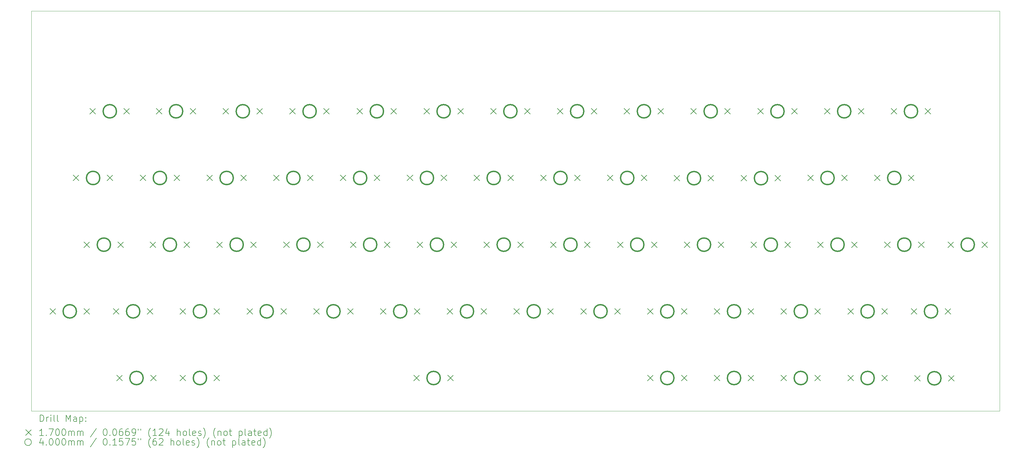
<source format=gbr>
%TF.GenerationSoftware,KiCad,Pcbnew,(6.0.10)*%
%TF.CreationDate,2023-02-27T08:53:44+01:00*%
%TF.ProjectId,CherryZXKeyboard,43686572-7279-45a5-984b-6579626f6172,rev?*%
%TF.SameCoordinates,Original*%
%TF.FileFunction,Drillmap*%
%TF.FilePolarity,Positive*%
%FSLAX45Y45*%
G04 Gerber Fmt 4.5, Leading zero omitted, Abs format (unit mm)*
G04 Created by KiCad (PCBNEW (6.0.10)) date 2023-02-27 08:53:44*
%MOMM*%
%LPD*%
G01*
G04 APERTURE LIST*
%ADD10C,0.050000*%
%ADD11C,0.200000*%
%ADD12C,0.170000*%
%ADD13C,0.400000*%
G04 APERTURE END LIST*
D10*
X4968600Y-6913400D02*
X33968600Y-6913400D01*
X33968600Y-6913400D02*
X33968600Y-18913400D01*
X33968600Y-18913400D02*
X4968600Y-18913400D01*
X4968600Y-18913400D02*
X4968600Y-6913400D01*
D11*
D12*
X5521600Y-15836400D02*
X5691600Y-16006400D01*
X5691600Y-15836400D02*
X5521600Y-16006400D01*
X6221600Y-11836400D02*
X6391600Y-12006400D01*
X6391600Y-11836400D02*
X6221600Y-12006400D01*
X6537600Y-15836400D02*
X6707600Y-16006400D01*
X6707600Y-15836400D02*
X6537600Y-16006400D01*
X6543800Y-13836400D02*
X6713800Y-14006400D01*
X6713800Y-13836400D02*
X6543800Y-14006400D01*
X6721600Y-9836400D02*
X6891600Y-10006400D01*
X6891600Y-9836400D02*
X6721600Y-10006400D01*
X7237600Y-11836400D02*
X7407600Y-12006400D01*
X7407600Y-11836400D02*
X7237600Y-12006400D01*
X7421600Y-15836400D02*
X7591600Y-16006400D01*
X7591600Y-15836400D02*
X7421600Y-16006400D01*
X7521600Y-17836400D02*
X7691600Y-18006400D01*
X7691600Y-17836400D02*
X7521600Y-18006400D01*
X7559800Y-13836400D02*
X7729800Y-14006400D01*
X7729800Y-13836400D02*
X7559800Y-14006400D01*
X7737600Y-9836400D02*
X7907600Y-10006400D01*
X7907600Y-9836400D02*
X7737600Y-10006400D01*
X8221600Y-11836400D02*
X8391600Y-12006400D01*
X8391600Y-11836400D02*
X8221600Y-12006400D01*
X8437600Y-15836400D02*
X8607600Y-16006400D01*
X8607600Y-15836400D02*
X8437600Y-16006400D01*
X8521600Y-13836400D02*
X8691600Y-14006400D01*
X8691600Y-13836400D02*
X8521600Y-14006400D01*
X8537600Y-17836400D02*
X8707600Y-18006400D01*
X8707600Y-17836400D02*
X8537600Y-18006400D01*
X8707000Y-9836400D02*
X8877000Y-10006400D01*
X8877000Y-9836400D02*
X8707000Y-10006400D01*
X9237600Y-11836400D02*
X9407600Y-12006400D01*
X9407600Y-11836400D02*
X9237600Y-12006400D01*
X9421600Y-15836400D02*
X9591600Y-16006400D01*
X9591600Y-15836400D02*
X9421600Y-16006400D01*
X9421600Y-17836400D02*
X9591600Y-18006400D01*
X9591600Y-17836400D02*
X9421600Y-18006400D01*
X9537600Y-13836400D02*
X9707600Y-14006400D01*
X9707600Y-13836400D02*
X9537600Y-14006400D01*
X9723000Y-9836400D02*
X9893000Y-10006400D01*
X9893000Y-9836400D02*
X9723000Y-10006400D01*
X10221600Y-11836400D02*
X10391600Y-12006400D01*
X10391600Y-11836400D02*
X10221600Y-12006400D01*
X10437600Y-15836400D02*
X10607600Y-16006400D01*
X10607600Y-15836400D02*
X10437600Y-16006400D01*
X10437600Y-17836400D02*
X10607600Y-18006400D01*
X10607600Y-17836400D02*
X10437600Y-18006400D01*
X10521600Y-13836400D02*
X10691600Y-14006400D01*
X10691600Y-13836400D02*
X10521600Y-14006400D01*
X10707000Y-9836400D02*
X10877000Y-10006400D01*
X10877000Y-9836400D02*
X10707000Y-10006400D01*
X11237600Y-11836400D02*
X11407600Y-12006400D01*
X11407600Y-11836400D02*
X11237600Y-12006400D01*
X11421600Y-15836400D02*
X11591600Y-16006400D01*
X11591600Y-15836400D02*
X11421600Y-16006400D01*
X11537600Y-13836400D02*
X11707600Y-14006400D01*
X11707600Y-13836400D02*
X11537600Y-14006400D01*
X11723000Y-9836400D02*
X11893000Y-10006400D01*
X11893000Y-9836400D02*
X11723000Y-10006400D01*
X12221600Y-11836400D02*
X12391600Y-12006400D01*
X12391600Y-11836400D02*
X12221600Y-12006400D01*
X12437600Y-15836400D02*
X12607600Y-16006400D01*
X12607600Y-15836400D02*
X12437600Y-16006400D01*
X12521600Y-13836400D02*
X12691600Y-14006400D01*
X12691600Y-13836400D02*
X12521600Y-14006400D01*
X12707000Y-9836400D02*
X12877000Y-10006400D01*
X12877000Y-9836400D02*
X12707000Y-10006400D01*
X13237600Y-11836400D02*
X13407600Y-12006400D01*
X13407600Y-11836400D02*
X13237600Y-12006400D01*
X13421600Y-15836400D02*
X13591600Y-16006400D01*
X13591600Y-15836400D02*
X13421600Y-16006400D01*
X13537600Y-13836400D02*
X13707600Y-14006400D01*
X13707600Y-13836400D02*
X13537600Y-14006400D01*
X13723000Y-9836400D02*
X13893000Y-10006400D01*
X13893000Y-9836400D02*
X13723000Y-10006400D01*
X14221600Y-11836400D02*
X14391600Y-12006400D01*
X14391600Y-11836400D02*
X14221600Y-12006400D01*
X14437600Y-15836400D02*
X14607600Y-16006400D01*
X14607600Y-15836400D02*
X14437600Y-16006400D01*
X14521600Y-13836400D02*
X14691600Y-14006400D01*
X14691600Y-13836400D02*
X14521600Y-14006400D01*
X14721600Y-9836400D02*
X14891600Y-10006400D01*
X14891600Y-9836400D02*
X14721600Y-10006400D01*
X15237600Y-11836400D02*
X15407600Y-12006400D01*
X15407600Y-11836400D02*
X15237600Y-12006400D01*
X15421600Y-15836400D02*
X15591600Y-16006400D01*
X15591600Y-15836400D02*
X15421600Y-16006400D01*
X15537600Y-13836400D02*
X15707600Y-14006400D01*
X15707600Y-13836400D02*
X15537600Y-14006400D01*
X15737600Y-9836400D02*
X15907600Y-10006400D01*
X15907600Y-9836400D02*
X15737600Y-10006400D01*
X16221600Y-11836400D02*
X16391600Y-12006400D01*
X16391600Y-11836400D02*
X16221600Y-12006400D01*
X16421600Y-17836400D02*
X16591600Y-18006400D01*
X16591600Y-17836400D02*
X16421600Y-18006400D01*
X16437600Y-15836400D02*
X16607600Y-16006400D01*
X16607600Y-15836400D02*
X16437600Y-16006400D01*
X16521600Y-13836400D02*
X16691600Y-14006400D01*
X16691600Y-13836400D02*
X16521600Y-14006400D01*
X16721600Y-9836400D02*
X16891600Y-10006400D01*
X16891600Y-9836400D02*
X16721600Y-10006400D01*
X17237600Y-11836400D02*
X17407600Y-12006400D01*
X17407600Y-11836400D02*
X17237600Y-12006400D01*
X17421600Y-15836400D02*
X17591600Y-16006400D01*
X17591600Y-15836400D02*
X17421600Y-16006400D01*
X17437600Y-17836400D02*
X17607600Y-18006400D01*
X17607600Y-17836400D02*
X17437600Y-18006400D01*
X17537600Y-13836400D02*
X17707600Y-14006400D01*
X17707600Y-13836400D02*
X17537600Y-14006400D01*
X17737600Y-9836400D02*
X17907600Y-10006400D01*
X17907600Y-9836400D02*
X17737600Y-10006400D01*
X18221600Y-11836400D02*
X18391600Y-12006400D01*
X18391600Y-11836400D02*
X18221600Y-12006400D01*
X18437600Y-15836400D02*
X18607600Y-16006400D01*
X18607600Y-15836400D02*
X18437600Y-16006400D01*
X18521600Y-13836400D02*
X18691600Y-14006400D01*
X18691600Y-13836400D02*
X18521600Y-14006400D01*
X18721600Y-9836400D02*
X18891600Y-10006400D01*
X18891600Y-9836400D02*
X18721600Y-10006400D01*
X19237600Y-11836400D02*
X19407600Y-12006400D01*
X19407600Y-11836400D02*
X19237600Y-12006400D01*
X19421600Y-15836400D02*
X19591600Y-16006400D01*
X19591600Y-15836400D02*
X19421600Y-16006400D01*
X19537600Y-13836400D02*
X19707600Y-14006400D01*
X19707600Y-13836400D02*
X19537600Y-14006400D01*
X19737600Y-9836400D02*
X19907600Y-10006400D01*
X19907600Y-9836400D02*
X19737600Y-10006400D01*
X20221600Y-11836400D02*
X20391600Y-12006400D01*
X20391600Y-11836400D02*
X20221600Y-12006400D01*
X20437600Y-15836400D02*
X20607600Y-16006400D01*
X20607600Y-15836400D02*
X20437600Y-16006400D01*
X20521600Y-13836400D02*
X20691600Y-14006400D01*
X20691600Y-13836400D02*
X20521600Y-14006400D01*
X20721600Y-9836400D02*
X20891600Y-10006400D01*
X20891600Y-9836400D02*
X20721600Y-10006400D01*
X21237600Y-11836400D02*
X21407600Y-12006400D01*
X21407600Y-11836400D02*
X21237600Y-12006400D01*
X21421600Y-15836400D02*
X21591600Y-16006400D01*
X21591600Y-15836400D02*
X21421600Y-16006400D01*
X21537600Y-13836400D02*
X21707600Y-14006400D01*
X21707600Y-13836400D02*
X21537600Y-14006400D01*
X21737600Y-9836400D02*
X21907600Y-10006400D01*
X21907600Y-9836400D02*
X21737600Y-10006400D01*
X22221600Y-11836400D02*
X22391600Y-12006400D01*
X22391600Y-11836400D02*
X22221600Y-12006400D01*
X22437600Y-15836400D02*
X22607600Y-16006400D01*
X22607600Y-15836400D02*
X22437600Y-16006400D01*
X22521600Y-13836400D02*
X22691600Y-14006400D01*
X22691600Y-13836400D02*
X22521600Y-14006400D01*
X22721600Y-9836400D02*
X22891600Y-10006400D01*
X22891600Y-9836400D02*
X22721600Y-10006400D01*
X23237600Y-11836400D02*
X23407600Y-12006400D01*
X23407600Y-11836400D02*
X23237600Y-12006400D01*
X23421600Y-15836400D02*
X23591600Y-16006400D01*
X23591600Y-15836400D02*
X23421600Y-16006400D01*
X23421600Y-17836400D02*
X23591600Y-18006400D01*
X23591600Y-17836400D02*
X23421600Y-18006400D01*
X23537600Y-13836400D02*
X23707600Y-14006400D01*
X23707600Y-13836400D02*
X23537600Y-14006400D01*
X23737600Y-9836400D02*
X23907600Y-10006400D01*
X23907600Y-9836400D02*
X23737600Y-10006400D01*
X24222200Y-11843000D02*
X24392200Y-12013000D01*
X24392200Y-11843000D02*
X24222200Y-12013000D01*
X24437600Y-15836400D02*
X24607600Y-16006400D01*
X24607600Y-15836400D02*
X24437600Y-16006400D01*
X24437600Y-17836400D02*
X24607600Y-18006400D01*
X24607600Y-17836400D02*
X24437600Y-18006400D01*
X24521600Y-13836400D02*
X24691600Y-14006400D01*
X24691600Y-13836400D02*
X24521600Y-14006400D01*
X24721600Y-9836400D02*
X24891600Y-10006400D01*
X24891600Y-9836400D02*
X24721600Y-10006400D01*
X25238200Y-11843000D02*
X25408200Y-12013000D01*
X25408200Y-11843000D02*
X25238200Y-12013000D01*
X25421600Y-15836400D02*
X25591600Y-16006400D01*
X25591600Y-15836400D02*
X25421600Y-16006400D01*
X25421600Y-17836400D02*
X25591600Y-18006400D01*
X25591600Y-17836400D02*
X25421600Y-18006400D01*
X25537600Y-13836400D02*
X25707600Y-14006400D01*
X25707600Y-13836400D02*
X25537600Y-14006400D01*
X25737600Y-9836400D02*
X25907600Y-10006400D01*
X25907600Y-9836400D02*
X25737600Y-10006400D01*
X26228800Y-11843000D02*
X26398800Y-12013000D01*
X26398800Y-11843000D02*
X26228800Y-12013000D01*
X26437600Y-15836400D02*
X26607600Y-16006400D01*
X26607600Y-15836400D02*
X26437600Y-16006400D01*
X26437600Y-17836400D02*
X26607600Y-18006400D01*
X26607600Y-17836400D02*
X26437600Y-18006400D01*
X26521600Y-13836400D02*
X26691600Y-14006400D01*
X26691600Y-13836400D02*
X26521600Y-14006400D01*
X26721600Y-9836400D02*
X26891600Y-10006400D01*
X26891600Y-9836400D02*
X26721600Y-10006400D01*
X27244800Y-11843000D02*
X27414800Y-12013000D01*
X27414800Y-11843000D02*
X27244800Y-12013000D01*
X27421600Y-15836400D02*
X27591600Y-16006400D01*
X27591600Y-15836400D02*
X27421600Y-16006400D01*
X27421600Y-17836400D02*
X27591600Y-18006400D01*
X27591600Y-17836400D02*
X27421600Y-18006400D01*
X27537600Y-13836400D02*
X27707600Y-14006400D01*
X27707600Y-13836400D02*
X27537600Y-14006400D01*
X27737600Y-9836400D02*
X27907600Y-10006400D01*
X27907600Y-9836400D02*
X27737600Y-10006400D01*
X28221600Y-11836400D02*
X28391600Y-12006400D01*
X28391600Y-11836400D02*
X28221600Y-12006400D01*
X28437600Y-15836400D02*
X28607600Y-16006400D01*
X28607600Y-15836400D02*
X28437600Y-16006400D01*
X28437600Y-17836400D02*
X28607600Y-18006400D01*
X28607600Y-17836400D02*
X28437600Y-18006400D01*
X28521600Y-13836400D02*
X28691600Y-14006400D01*
X28691600Y-13836400D02*
X28521600Y-14006400D01*
X28721600Y-9836400D02*
X28891600Y-10006400D01*
X28891600Y-9836400D02*
X28721600Y-10006400D01*
X29237600Y-11836400D02*
X29407600Y-12006400D01*
X29407600Y-11836400D02*
X29237600Y-12006400D01*
X29421600Y-15836400D02*
X29591600Y-16006400D01*
X29591600Y-15836400D02*
X29421600Y-16006400D01*
X29421600Y-17836400D02*
X29591600Y-18006400D01*
X29591600Y-17836400D02*
X29421600Y-18006400D01*
X29537600Y-13836400D02*
X29707600Y-14006400D01*
X29707600Y-13836400D02*
X29537600Y-14006400D01*
X29737600Y-9836400D02*
X29907600Y-10006400D01*
X29907600Y-9836400D02*
X29737600Y-10006400D01*
X30221600Y-11836400D02*
X30391600Y-12006400D01*
X30391600Y-11836400D02*
X30221600Y-12006400D01*
X30437600Y-15836400D02*
X30607600Y-16006400D01*
X30607600Y-15836400D02*
X30437600Y-16006400D01*
X30437600Y-17836400D02*
X30607600Y-18006400D01*
X30607600Y-17836400D02*
X30437600Y-18006400D01*
X30521600Y-13836400D02*
X30691600Y-14006400D01*
X30691600Y-13836400D02*
X30521600Y-14006400D01*
X30721600Y-9836400D02*
X30891600Y-10006400D01*
X30891600Y-9836400D02*
X30721600Y-10006400D01*
X31237600Y-11836400D02*
X31407600Y-12006400D01*
X31407600Y-11836400D02*
X31237600Y-12006400D01*
X31321600Y-15836400D02*
X31491600Y-16006400D01*
X31491600Y-15836400D02*
X31321600Y-16006400D01*
X31421600Y-17844400D02*
X31591600Y-18014400D01*
X31591600Y-17844400D02*
X31421600Y-18014400D01*
X31537600Y-13836400D02*
X31707600Y-14006400D01*
X31707600Y-13836400D02*
X31537600Y-14006400D01*
X31737600Y-9836400D02*
X31907600Y-10006400D01*
X31907600Y-9836400D02*
X31737600Y-10006400D01*
X32337600Y-15836400D02*
X32507600Y-16006400D01*
X32507600Y-15836400D02*
X32337600Y-16006400D01*
X32421600Y-13836400D02*
X32591600Y-14006400D01*
X32591600Y-13836400D02*
X32421600Y-14006400D01*
X32437600Y-17844400D02*
X32607600Y-18014400D01*
X32607600Y-17844400D02*
X32437600Y-18014400D01*
X33437600Y-13836400D02*
X33607600Y-14006400D01*
X33607600Y-13836400D02*
X33437600Y-14006400D01*
D13*
X6314600Y-15921400D02*
G75*
G03*
X6314600Y-15921400I-200000J0D01*
G01*
X7014600Y-11921400D02*
G75*
G03*
X7014600Y-11921400I-200000J0D01*
G01*
X7336800Y-13921400D02*
G75*
G03*
X7336800Y-13921400I-200000J0D01*
G01*
X7514600Y-9921400D02*
G75*
G03*
X7514600Y-9921400I-200000J0D01*
G01*
X8214600Y-15921400D02*
G75*
G03*
X8214600Y-15921400I-200000J0D01*
G01*
X8314600Y-17921400D02*
G75*
G03*
X8314600Y-17921400I-200000J0D01*
G01*
X9014600Y-11921400D02*
G75*
G03*
X9014600Y-11921400I-200000J0D01*
G01*
X9314600Y-13921400D02*
G75*
G03*
X9314600Y-13921400I-200000J0D01*
G01*
X9500000Y-9921400D02*
G75*
G03*
X9500000Y-9921400I-200000J0D01*
G01*
X10214600Y-15921400D02*
G75*
G03*
X10214600Y-15921400I-200000J0D01*
G01*
X10214600Y-17921400D02*
G75*
G03*
X10214600Y-17921400I-200000J0D01*
G01*
X11014600Y-11921400D02*
G75*
G03*
X11014600Y-11921400I-200000J0D01*
G01*
X11314600Y-13921400D02*
G75*
G03*
X11314600Y-13921400I-200000J0D01*
G01*
X11500000Y-9921400D02*
G75*
G03*
X11500000Y-9921400I-200000J0D01*
G01*
X12214600Y-15921400D02*
G75*
G03*
X12214600Y-15921400I-200000J0D01*
G01*
X13014600Y-11921400D02*
G75*
G03*
X13014600Y-11921400I-200000J0D01*
G01*
X13314600Y-13921400D02*
G75*
G03*
X13314600Y-13921400I-200000J0D01*
G01*
X13500000Y-9921400D02*
G75*
G03*
X13500000Y-9921400I-200000J0D01*
G01*
X14214600Y-15921400D02*
G75*
G03*
X14214600Y-15921400I-200000J0D01*
G01*
X15014600Y-11921400D02*
G75*
G03*
X15014600Y-11921400I-200000J0D01*
G01*
X15314600Y-13921400D02*
G75*
G03*
X15314600Y-13921400I-200000J0D01*
G01*
X15514600Y-9921400D02*
G75*
G03*
X15514600Y-9921400I-200000J0D01*
G01*
X16214600Y-15921400D02*
G75*
G03*
X16214600Y-15921400I-200000J0D01*
G01*
X17014600Y-11921400D02*
G75*
G03*
X17014600Y-11921400I-200000J0D01*
G01*
X17214600Y-17921400D02*
G75*
G03*
X17214600Y-17921400I-200000J0D01*
G01*
X17314600Y-13921400D02*
G75*
G03*
X17314600Y-13921400I-200000J0D01*
G01*
X17514600Y-9921400D02*
G75*
G03*
X17514600Y-9921400I-200000J0D01*
G01*
X18214600Y-15921400D02*
G75*
G03*
X18214600Y-15921400I-200000J0D01*
G01*
X19014600Y-11921400D02*
G75*
G03*
X19014600Y-11921400I-200000J0D01*
G01*
X19314600Y-13921400D02*
G75*
G03*
X19314600Y-13921400I-200000J0D01*
G01*
X19514600Y-9921400D02*
G75*
G03*
X19514600Y-9921400I-200000J0D01*
G01*
X20214600Y-15921400D02*
G75*
G03*
X20214600Y-15921400I-200000J0D01*
G01*
X21014600Y-11921400D02*
G75*
G03*
X21014600Y-11921400I-200000J0D01*
G01*
X21314600Y-13921400D02*
G75*
G03*
X21314600Y-13921400I-200000J0D01*
G01*
X21514600Y-9921400D02*
G75*
G03*
X21514600Y-9921400I-200000J0D01*
G01*
X22214600Y-15921400D02*
G75*
G03*
X22214600Y-15921400I-200000J0D01*
G01*
X23014600Y-11921400D02*
G75*
G03*
X23014600Y-11921400I-200000J0D01*
G01*
X23314600Y-13921400D02*
G75*
G03*
X23314600Y-13921400I-200000J0D01*
G01*
X23514600Y-9921400D02*
G75*
G03*
X23514600Y-9921400I-200000J0D01*
G01*
X24214600Y-15921400D02*
G75*
G03*
X24214600Y-15921400I-200000J0D01*
G01*
X24214600Y-17921400D02*
G75*
G03*
X24214600Y-17921400I-200000J0D01*
G01*
X25015200Y-11928000D02*
G75*
G03*
X25015200Y-11928000I-200000J0D01*
G01*
X25314600Y-13921400D02*
G75*
G03*
X25314600Y-13921400I-200000J0D01*
G01*
X25514600Y-9921400D02*
G75*
G03*
X25514600Y-9921400I-200000J0D01*
G01*
X26214600Y-15921400D02*
G75*
G03*
X26214600Y-15921400I-200000J0D01*
G01*
X26214600Y-17921400D02*
G75*
G03*
X26214600Y-17921400I-200000J0D01*
G01*
X27021800Y-11928000D02*
G75*
G03*
X27021800Y-11928000I-200000J0D01*
G01*
X27314600Y-13921400D02*
G75*
G03*
X27314600Y-13921400I-200000J0D01*
G01*
X27514600Y-9921400D02*
G75*
G03*
X27514600Y-9921400I-200000J0D01*
G01*
X28214600Y-15921400D02*
G75*
G03*
X28214600Y-15921400I-200000J0D01*
G01*
X28214600Y-17921400D02*
G75*
G03*
X28214600Y-17921400I-200000J0D01*
G01*
X29014600Y-11921400D02*
G75*
G03*
X29014600Y-11921400I-200000J0D01*
G01*
X29314600Y-13921400D02*
G75*
G03*
X29314600Y-13921400I-200000J0D01*
G01*
X29514600Y-9921400D02*
G75*
G03*
X29514600Y-9921400I-200000J0D01*
G01*
X30214600Y-15921400D02*
G75*
G03*
X30214600Y-15921400I-200000J0D01*
G01*
X30214600Y-17921400D02*
G75*
G03*
X30214600Y-17921400I-200000J0D01*
G01*
X31014600Y-11921400D02*
G75*
G03*
X31014600Y-11921400I-200000J0D01*
G01*
X31314600Y-13921400D02*
G75*
G03*
X31314600Y-13921400I-200000J0D01*
G01*
X31514600Y-9921400D02*
G75*
G03*
X31514600Y-9921400I-200000J0D01*
G01*
X32114600Y-15921400D02*
G75*
G03*
X32114600Y-15921400I-200000J0D01*
G01*
X32214600Y-17929400D02*
G75*
G03*
X32214600Y-17929400I-200000J0D01*
G01*
X33214600Y-13921400D02*
G75*
G03*
X33214600Y-13921400I-200000J0D01*
G01*
D11*
X5223719Y-19226376D02*
X5223719Y-19026376D01*
X5271338Y-19026376D01*
X5299910Y-19035900D01*
X5318957Y-19054948D01*
X5328481Y-19073995D01*
X5338005Y-19112090D01*
X5338005Y-19140662D01*
X5328481Y-19178757D01*
X5318957Y-19197805D01*
X5299910Y-19216852D01*
X5271338Y-19226376D01*
X5223719Y-19226376D01*
X5423719Y-19226376D02*
X5423719Y-19093043D01*
X5423719Y-19131138D02*
X5433243Y-19112090D01*
X5442767Y-19102567D01*
X5461814Y-19093043D01*
X5480862Y-19093043D01*
X5547529Y-19226376D02*
X5547529Y-19093043D01*
X5547529Y-19026376D02*
X5538005Y-19035900D01*
X5547529Y-19045424D01*
X5557052Y-19035900D01*
X5547529Y-19026376D01*
X5547529Y-19045424D01*
X5671338Y-19226376D02*
X5652290Y-19216852D01*
X5642767Y-19197805D01*
X5642767Y-19026376D01*
X5776100Y-19226376D02*
X5757052Y-19216852D01*
X5747528Y-19197805D01*
X5747528Y-19026376D01*
X6004671Y-19226376D02*
X6004671Y-19026376D01*
X6071338Y-19169233D01*
X6138005Y-19026376D01*
X6138005Y-19226376D01*
X6318957Y-19226376D02*
X6318957Y-19121614D01*
X6309433Y-19102567D01*
X6290386Y-19093043D01*
X6252290Y-19093043D01*
X6233243Y-19102567D01*
X6318957Y-19216852D02*
X6299909Y-19226376D01*
X6252290Y-19226376D01*
X6233243Y-19216852D01*
X6223719Y-19197805D01*
X6223719Y-19178757D01*
X6233243Y-19159710D01*
X6252290Y-19150186D01*
X6299909Y-19150186D01*
X6318957Y-19140662D01*
X6414195Y-19093043D02*
X6414195Y-19293043D01*
X6414195Y-19102567D02*
X6433243Y-19093043D01*
X6471338Y-19093043D01*
X6490386Y-19102567D01*
X6499909Y-19112090D01*
X6509433Y-19131138D01*
X6509433Y-19188281D01*
X6499909Y-19207329D01*
X6490386Y-19216852D01*
X6471338Y-19226376D01*
X6433243Y-19226376D01*
X6414195Y-19216852D01*
X6595148Y-19207329D02*
X6604671Y-19216852D01*
X6595148Y-19226376D01*
X6585624Y-19216852D01*
X6595148Y-19207329D01*
X6595148Y-19226376D01*
X6595148Y-19102567D02*
X6604671Y-19112090D01*
X6595148Y-19121614D01*
X6585624Y-19112090D01*
X6595148Y-19102567D01*
X6595148Y-19121614D01*
D12*
X4796100Y-19470900D02*
X4966100Y-19640900D01*
X4966100Y-19470900D02*
X4796100Y-19640900D01*
D11*
X5328481Y-19646376D02*
X5214195Y-19646376D01*
X5271338Y-19646376D02*
X5271338Y-19446376D01*
X5252290Y-19474948D01*
X5233243Y-19493995D01*
X5214195Y-19503519D01*
X5414195Y-19627329D02*
X5423719Y-19636852D01*
X5414195Y-19646376D01*
X5404671Y-19636852D01*
X5414195Y-19627329D01*
X5414195Y-19646376D01*
X5490386Y-19446376D02*
X5623719Y-19446376D01*
X5538005Y-19646376D01*
X5738005Y-19446376D02*
X5757052Y-19446376D01*
X5776100Y-19455900D01*
X5785624Y-19465424D01*
X5795148Y-19484471D01*
X5804671Y-19522567D01*
X5804671Y-19570186D01*
X5795148Y-19608281D01*
X5785624Y-19627329D01*
X5776100Y-19636852D01*
X5757052Y-19646376D01*
X5738005Y-19646376D01*
X5718957Y-19636852D01*
X5709433Y-19627329D01*
X5699909Y-19608281D01*
X5690386Y-19570186D01*
X5690386Y-19522567D01*
X5699909Y-19484471D01*
X5709433Y-19465424D01*
X5718957Y-19455900D01*
X5738005Y-19446376D01*
X5928481Y-19446376D02*
X5947528Y-19446376D01*
X5966576Y-19455900D01*
X5976100Y-19465424D01*
X5985624Y-19484471D01*
X5995148Y-19522567D01*
X5995148Y-19570186D01*
X5985624Y-19608281D01*
X5976100Y-19627329D01*
X5966576Y-19636852D01*
X5947528Y-19646376D01*
X5928481Y-19646376D01*
X5909433Y-19636852D01*
X5899909Y-19627329D01*
X5890386Y-19608281D01*
X5880862Y-19570186D01*
X5880862Y-19522567D01*
X5890386Y-19484471D01*
X5899909Y-19465424D01*
X5909433Y-19455900D01*
X5928481Y-19446376D01*
X6080862Y-19646376D02*
X6080862Y-19513043D01*
X6080862Y-19532090D02*
X6090386Y-19522567D01*
X6109433Y-19513043D01*
X6138005Y-19513043D01*
X6157052Y-19522567D01*
X6166576Y-19541614D01*
X6166576Y-19646376D01*
X6166576Y-19541614D02*
X6176100Y-19522567D01*
X6195148Y-19513043D01*
X6223719Y-19513043D01*
X6242767Y-19522567D01*
X6252290Y-19541614D01*
X6252290Y-19646376D01*
X6347528Y-19646376D02*
X6347528Y-19513043D01*
X6347528Y-19532090D02*
X6357052Y-19522567D01*
X6376100Y-19513043D01*
X6404671Y-19513043D01*
X6423719Y-19522567D01*
X6433243Y-19541614D01*
X6433243Y-19646376D01*
X6433243Y-19541614D02*
X6442767Y-19522567D01*
X6461814Y-19513043D01*
X6490386Y-19513043D01*
X6509433Y-19522567D01*
X6518957Y-19541614D01*
X6518957Y-19646376D01*
X6909433Y-19436852D02*
X6738005Y-19693995D01*
X7166576Y-19446376D02*
X7185624Y-19446376D01*
X7204671Y-19455900D01*
X7214195Y-19465424D01*
X7223719Y-19484471D01*
X7233243Y-19522567D01*
X7233243Y-19570186D01*
X7223719Y-19608281D01*
X7214195Y-19627329D01*
X7204671Y-19636852D01*
X7185624Y-19646376D01*
X7166576Y-19646376D01*
X7147528Y-19636852D01*
X7138005Y-19627329D01*
X7128481Y-19608281D01*
X7118957Y-19570186D01*
X7118957Y-19522567D01*
X7128481Y-19484471D01*
X7138005Y-19465424D01*
X7147528Y-19455900D01*
X7166576Y-19446376D01*
X7318957Y-19627329D02*
X7328481Y-19636852D01*
X7318957Y-19646376D01*
X7309433Y-19636852D01*
X7318957Y-19627329D01*
X7318957Y-19646376D01*
X7452290Y-19446376D02*
X7471338Y-19446376D01*
X7490386Y-19455900D01*
X7499909Y-19465424D01*
X7509433Y-19484471D01*
X7518957Y-19522567D01*
X7518957Y-19570186D01*
X7509433Y-19608281D01*
X7499909Y-19627329D01*
X7490386Y-19636852D01*
X7471338Y-19646376D01*
X7452290Y-19646376D01*
X7433243Y-19636852D01*
X7423719Y-19627329D01*
X7414195Y-19608281D01*
X7404671Y-19570186D01*
X7404671Y-19522567D01*
X7414195Y-19484471D01*
X7423719Y-19465424D01*
X7433243Y-19455900D01*
X7452290Y-19446376D01*
X7690386Y-19446376D02*
X7652290Y-19446376D01*
X7633243Y-19455900D01*
X7623719Y-19465424D01*
X7604671Y-19493995D01*
X7595148Y-19532090D01*
X7595148Y-19608281D01*
X7604671Y-19627329D01*
X7614195Y-19636852D01*
X7633243Y-19646376D01*
X7671338Y-19646376D01*
X7690386Y-19636852D01*
X7699909Y-19627329D01*
X7709433Y-19608281D01*
X7709433Y-19560662D01*
X7699909Y-19541614D01*
X7690386Y-19532090D01*
X7671338Y-19522567D01*
X7633243Y-19522567D01*
X7614195Y-19532090D01*
X7604671Y-19541614D01*
X7595148Y-19560662D01*
X7880862Y-19446376D02*
X7842767Y-19446376D01*
X7823719Y-19455900D01*
X7814195Y-19465424D01*
X7795148Y-19493995D01*
X7785624Y-19532090D01*
X7785624Y-19608281D01*
X7795148Y-19627329D01*
X7804671Y-19636852D01*
X7823719Y-19646376D01*
X7861814Y-19646376D01*
X7880862Y-19636852D01*
X7890386Y-19627329D01*
X7899909Y-19608281D01*
X7899909Y-19560662D01*
X7890386Y-19541614D01*
X7880862Y-19532090D01*
X7861814Y-19522567D01*
X7823719Y-19522567D01*
X7804671Y-19532090D01*
X7795148Y-19541614D01*
X7785624Y-19560662D01*
X7995148Y-19646376D02*
X8033243Y-19646376D01*
X8052290Y-19636852D01*
X8061814Y-19627329D01*
X8080862Y-19598757D01*
X8090386Y-19560662D01*
X8090386Y-19484471D01*
X8080862Y-19465424D01*
X8071338Y-19455900D01*
X8052290Y-19446376D01*
X8014195Y-19446376D01*
X7995148Y-19455900D01*
X7985624Y-19465424D01*
X7976100Y-19484471D01*
X7976100Y-19532090D01*
X7985624Y-19551138D01*
X7995148Y-19560662D01*
X8014195Y-19570186D01*
X8052290Y-19570186D01*
X8071338Y-19560662D01*
X8080862Y-19551138D01*
X8090386Y-19532090D01*
X8166576Y-19446376D02*
X8166576Y-19484471D01*
X8242767Y-19446376D02*
X8242767Y-19484471D01*
X8538005Y-19722567D02*
X8528481Y-19713043D01*
X8509433Y-19684471D01*
X8499910Y-19665424D01*
X8490386Y-19636852D01*
X8480862Y-19589233D01*
X8480862Y-19551138D01*
X8490386Y-19503519D01*
X8499910Y-19474948D01*
X8509433Y-19455900D01*
X8528481Y-19427329D01*
X8538005Y-19417805D01*
X8718957Y-19646376D02*
X8604671Y-19646376D01*
X8661814Y-19646376D02*
X8661814Y-19446376D01*
X8642767Y-19474948D01*
X8623719Y-19493995D01*
X8604671Y-19503519D01*
X8795148Y-19465424D02*
X8804671Y-19455900D01*
X8823719Y-19446376D01*
X8871338Y-19446376D01*
X8890386Y-19455900D01*
X8899910Y-19465424D01*
X8909433Y-19484471D01*
X8909433Y-19503519D01*
X8899910Y-19532090D01*
X8785624Y-19646376D01*
X8909433Y-19646376D01*
X9080862Y-19513043D02*
X9080862Y-19646376D01*
X9033243Y-19436852D02*
X8985624Y-19579710D01*
X9109433Y-19579710D01*
X9338005Y-19646376D02*
X9338005Y-19446376D01*
X9423719Y-19646376D02*
X9423719Y-19541614D01*
X9414195Y-19522567D01*
X9395148Y-19513043D01*
X9366576Y-19513043D01*
X9347529Y-19522567D01*
X9338005Y-19532090D01*
X9547529Y-19646376D02*
X9528481Y-19636852D01*
X9518957Y-19627329D01*
X9509433Y-19608281D01*
X9509433Y-19551138D01*
X9518957Y-19532090D01*
X9528481Y-19522567D01*
X9547529Y-19513043D01*
X9576100Y-19513043D01*
X9595148Y-19522567D01*
X9604671Y-19532090D01*
X9614195Y-19551138D01*
X9614195Y-19608281D01*
X9604671Y-19627329D01*
X9595148Y-19636852D01*
X9576100Y-19646376D01*
X9547529Y-19646376D01*
X9728481Y-19646376D02*
X9709433Y-19636852D01*
X9699910Y-19617805D01*
X9699910Y-19446376D01*
X9880862Y-19636852D02*
X9861814Y-19646376D01*
X9823719Y-19646376D01*
X9804671Y-19636852D01*
X9795148Y-19617805D01*
X9795148Y-19541614D01*
X9804671Y-19522567D01*
X9823719Y-19513043D01*
X9861814Y-19513043D01*
X9880862Y-19522567D01*
X9890386Y-19541614D01*
X9890386Y-19560662D01*
X9795148Y-19579710D01*
X9966576Y-19636852D02*
X9985624Y-19646376D01*
X10023719Y-19646376D01*
X10042767Y-19636852D01*
X10052290Y-19617805D01*
X10052290Y-19608281D01*
X10042767Y-19589233D01*
X10023719Y-19579710D01*
X9995148Y-19579710D01*
X9976100Y-19570186D01*
X9966576Y-19551138D01*
X9966576Y-19541614D01*
X9976100Y-19522567D01*
X9995148Y-19513043D01*
X10023719Y-19513043D01*
X10042767Y-19522567D01*
X10118957Y-19722567D02*
X10128481Y-19713043D01*
X10147529Y-19684471D01*
X10157052Y-19665424D01*
X10166576Y-19636852D01*
X10176100Y-19589233D01*
X10176100Y-19551138D01*
X10166576Y-19503519D01*
X10157052Y-19474948D01*
X10147529Y-19455900D01*
X10128481Y-19427329D01*
X10118957Y-19417805D01*
X10480862Y-19722567D02*
X10471338Y-19713043D01*
X10452290Y-19684471D01*
X10442767Y-19665424D01*
X10433243Y-19636852D01*
X10423719Y-19589233D01*
X10423719Y-19551138D01*
X10433243Y-19503519D01*
X10442767Y-19474948D01*
X10452290Y-19455900D01*
X10471338Y-19427329D01*
X10480862Y-19417805D01*
X10557052Y-19513043D02*
X10557052Y-19646376D01*
X10557052Y-19532090D02*
X10566576Y-19522567D01*
X10585624Y-19513043D01*
X10614195Y-19513043D01*
X10633243Y-19522567D01*
X10642767Y-19541614D01*
X10642767Y-19646376D01*
X10766576Y-19646376D02*
X10747529Y-19636852D01*
X10738005Y-19627329D01*
X10728481Y-19608281D01*
X10728481Y-19551138D01*
X10738005Y-19532090D01*
X10747529Y-19522567D01*
X10766576Y-19513043D01*
X10795148Y-19513043D01*
X10814195Y-19522567D01*
X10823719Y-19532090D01*
X10833243Y-19551138D01*
X10833243Y-19608281D01*
X10823719Y-19627329D01*
X10814195Y-19636852D01*
X10795148Y-19646376D01*
X10766576Y-19646376D01*
X10890386Y-19513043D02*
X10966576Y-19513043D01*
X10918957Y-19446376D02*
X10918957Y-19617805D01*
X10928481Y-19636852D01*
X10947529Y-19646376D01*
X10966576Y-19646376D01*
X11185624Y-19513043D02*
X11185624Y-19713043D01*
X11185624Y-19522567D02*
X11204671Y-19513043D01*
X11242767Y-19513043D01*
X11261814Y-19522567D01*
X11271338Y-19532090D01*
X11280862Y-19551138D01*
X11280862Y-19608281D01*
X11271338Y-19627329D01*
X11261814Y-19636852D01*
X11242767Y-19646376D01*
X11204671Y-19646376D01*
X11185624Y-19636852D01*
X11395148Y-19646376D02*
X11376100Y-19636852D01*
X11366576Y-19617805D01*
X11366576Y-19446376D01*
X11557052Y-19646376D02*
X11557052Y-19541614D01*
X11547528Y-19522567D01*
X11528481Y-19513043D01*
X11490386Y-19513043D01*
X11471338Y-19522567D01*
X11557052Y-19636852D02*
X11538005Y-19646376D01*
X11490386Y-19646376D01*
X11471338Y-19636852D01*
X11461814Y-19617805D01*
X11461814Y-19598757D01*
X11471338Y-19579710D01*
X11490386Y-19570186D01*
X11538005Y-19570186D01*
X11557052Y-19560662D01*
X11623719Y-19513043D02*
X11699909Y-19513043D01*
X11652290Y-19446376D02*
X11652290Y-19617805D01*
X11661814Y-19636852D01*
X11680862Y-19646376D01*
X11699909Y-19646376D01*
X11842767Y-19636852D02*
X11823719Y-19646376D01*
X11785624Y-19646376D01*
X11766576Y-19636852D01*
X11757052Y-19617805D01*
X11757052Y-19541614D01*
X11766576Y-19522567D01*
X11785624Y-19513043D01*
X11823719Y-19513043D01*
X11842767Y-19522567D01*
X11852290Y-19541614D01*
X11852290Y-19560662D01*
X11757052Y-19579710D01*
X12023719Y-19646376D02*
X12023719Y-19446376D01*
X12023719Y-19636852D02*
X12004671Y-19646376D01*
X11966576Y-19646376D01*
X11947528Y-19636852D01*
X11938005Y-19627329D01*
X11928481Y-19608281D01*
X11928481Y-19551138D01*
X11938005Y-19532090D01*
X11947528Y-19522567D01*
X11966576Y-19513043D01*
X12004671Y-19513043D01*
X12023719Y-19522567D01*
X12099909Y-19722567D02*
X12109433Y-19713043D01*
X12128481Y-19684471D01*
X12138005Y-19665424D01*
X12147528Y-19636852D01*
X12157052Y-19589233D01*
X12157052Y-19551138D01*
X12147528Y-19503519D01*
X12138005Y-19474948D01*
X12128481Y-19455900D01*
X12109433Y-19427329D01*
X12099909Y-19417805D01*
X4966100Y-19845900D02*
G75*
G03*
X4966100Y-19845900I-100000J0D01*
G01*
X5309433Y-19803043D02*
X5309433Y-19936376D01*
X5261814Y-19726852D02*
X5214195Y-19869710D01*
X5338005Y-19869710D01*
X5414195Y-19917329D02*
X5423719Y-19926852D01*
X5414195Y-19936376D01*
X5404671Y-19926852D01*
X5414195Y-19917329D01*
X5414195Y-19936376D01*
X5547529Y-19736376D02*
X5566576Y-19736376D01*
X5585624Y-19745900D01*
X5595148Y-19755424D01*
X5604671Y-19774471D01*
X5614195Y-19812567D01*
X5614195Y-19860186D01*
X5604671Y-19898281D01*
X5595148Y-19917329D01*
X5585624Y-19926852D01*
X5566576Y-19936376D01*
X5547529Y-19936376D01*
X5528481Y-19926852D01*
X5518957Y-19917329D01*
X5509433Y-19898281D01*
X5499910Y-19860186D01*
X5499910Y-19812567D01*
X5509433Y-19774471D01*
X5518957Y-19755424D01*
X5528481Y-19745900D01*
X5547529Y-19736376D01*
X5738005Y-19736376D02*
X5757052Y-19736376D01*
X5776100Y-19745900D01*
X5785624Y-19755424D01*
X5795148Y-19774471D01*
X5804671Y-19812567D01*
X5804671Y-19860186D01*
X5795148Y-19898281D01*
X5785624Y-19917329D01*
X5776100Y-19926852D01*
X5757052Y-19936376D01*
X5738005Y-19936376D01*
X5718957Y-19926852D01*
X5709433Y-19917329D01*
X5699909Y-19898281D01*
X5690386Y-19860186D01*
X5690386Y-19812567D01*
X5699909Y-19774471D01*
X5709433Y-19755424D01*
X5718957Y-19745900D01*
X5738005Y-19736376D01*
X5928481Y-19736376D02*
X5947528Y-19736376D01*
X5966576Y-19745900D01*
X5976100Y-19755424D01*
X5985624Y-19774471D01*
X5995148Y-19812567D01*
X5995148Y-19860186D01*
X5985624Y-19898281D01*
X5976100Y-19917329D01*
X5966576Y-19926852D01*
X5947528Y-19936376D01*
X5928481Y-19936376D01*
X5909433Y-19926852D01*
X5899909Y-19917329D01*
X5890386Y-19898281D01*
X5880862Y-19860186D01*
X5880862Y-19812567D01*
X5890386Y-19774471D01*
X5899909Y-19755424D01*
X5909433Y-19745900D01*
X5928481Y-19736376D01*
X6080862Y-19936376D02*
X6080862Y-19803043D01*
X6080862Y-19822090D02*
X6090386Y-19812567D01*
X6109433Y-19803043D01*
X6138005Y-19803043D01*
X6157052Y-19812567D01*
X6166576Y-19831614D01*
X6166576Y-19936376D01*
X6166576Y-19831614D02*
X6176100Y-19812567D01*
X6195148Y-19803043D01*
X6223719Y-19803043D01*
X6242767Y-19812567D01*
X6252290Y-19831614D01*
X6252290Y-19936376D01*
X6347528Y-19936376D02*
X6347528Y-19803043D01*
X6347528Y-19822090D02*
X6357052Y-19812567D01*
X6376100Y-19803043D01*
X6404671Y-19803043D01*
X6423719Y-19812567D01*
X6433243Y-19831614D01*
X6433243Y-19936376D01*
X6433243Y-19831614D02*
X6442767Y-19812567D01*
X6461814Y-19803043D01*
X6490386Y-19803043D01*
X6509433Y-19812567D01*
X6518957Y-19831614D01*
X6518957Y-19936376D01*
X6909433Y-19726852D02*
X6738005Y-19983995D01*
X7166576Y-19736376D02*
X7185624Y-19736376D01*
X7204671Y-19745900D01*
X7214195Y-19755424D01*
X7223719Y-19774471D01*
X7233243Y-19812567D01*
X7233243Y-19860186D01*
X7223719Y-19898281D01*
X7214195Y-19917329D01*
X7204671Y-19926852D01*
X7185624Y-19936376D01*
X7166576Y-19936376D01*
X7147528Y-19926852D01*
X7138005Y-19917329D01*
X7128481Y-19898281D01*
X7118957Y-19860186D01*
X7118957Y-19812567D01*
X7128481Y-19774471D01*
X7138005Y-19755424D01*
X7147528Y-19745900D01*
X7166576Y-19736376D01*
X7318957Y-19917329D02*
X7328481Y-19926852D01*
X7318957Y-19936376D01*
X7309433Y-19926852D01*
X7318957Y-19917329D01*
X7318957Y-19936376D01*
X7518957Y-19936376D02*
X7404671Y-19936376D01*
X7461814Y-19936376D02*
X7461814Y-19736376D01*
X7442767Y-19764948D01*
X7423719Y-19783995D01*
X7404671Y-19793519D01*
X7699909Y-19736376D02*
X7604671Y-19736376D01*
X7595148Y-19831614D01*
X7604671Y-19822090D01*
X7623719Y-19812567D01*
X7671338Y-19812567D01*
X7690386Y-19822090D01*
X7699909Y-19831614D01*
X7709433Y-19850662D01*
X7709433Y-19898281D01*
X7699909Y-19917329D01*
X7690386Y-19926852D01*
X7671338Y-19936376D01*
X7623719Y-19936376D01*
X7604671Y-19926852D01*
X7595148Y-19917329D01*
X7776100Y-19736376D02*
X7909433Y-19736376D01*
X7823719Y-19936376D01*
X8080862Y-19736376D02*
X7985624Y-19736376D01*
X7976100Y-19831614D01*
X7985624Y-19822090D01*
X8004671Y-19812567D01*
X8052290Y-19812567D01*
X8071338Y-19822090D01*
X8080862Y-19831614D01*
X8090386Y-19850662D01*
X8090386Y-19898281D01*
X8080862Y-19917329D01*
X8071338Y-19926852D01*
X8052290Y-19936376D01*
X8004671Y-19936376D01*
X7985624Y-19926852D01*
X7976100Y-19917329D01*
X8166576Y-19736376D02*
X8166576Y-19774471D01*
X8242767Y-19736376D02*
X8242767Y-19774471D01*
X8538005Y-20012567D02*
X8528481Y-20003043D01*
X8509433Y-19974471D01*
X8499910Y-19955424D01*
X8490386Y-19926852D01*
X8480862Y-19879233D01*
X8480862Y-19841138D01*
X8490386Y-19793519D01*
X8499910Y-19764948D01*
X8509433Y-19745900D01*
X8528481Y-19717329D01*
X8538005Y-19707805D01*
X8699910Y-19736376D02*
X8661814Y-19736376D01*
X8642767Y-19745900D01*
X8633243Y-19755424D01*
X8614195Y-19783995D01*
X8604671Y-19822090D01*
X8604671Y-19898281D01*
X8614195Y-19917329D01*
X8623719Y-19926852D01*
X8642767Y-19936376D01*
X8680862Y-19936376D01*
X8699910Y-19926852D01*
X8709433Y-19917329D01*
X8718957Y-19898281D01*
X8718957Y-19850662D01*
X8709433Y-19831614D01*
X8699910Y-19822090D01*
X8680862Y-19812567D01*
X8642767Y-19812567D01*
X8623719Y-19822090D01*
X8614195Y-19831614D01*
X8604671Y-19850662D01*
X8795148Y-19755424D02*
X8804671Y-19745900D01*
X8823719Y-19736376D01*
X8871338Y-19736376D01*
X8890386Y-19745900D01*
X8899910Y-19755424D01*
X8909433Y-19774471D01*
X8909433Y-19793519D01*
X8899910Y-19822090D01*
X8785624Y-19936376D01*
X8909433Y-19936376D01*
X9147529Y-19936376D02*
X9147529Y-19736376D01*
X9233243Y-19936376D02*
X9233243Y-19831614D01*
X9223719Y-19812567D01*
X9204671Y-19803043D01*
X9176100Y-19803043D01*
X9157052Y-19812567D01*
X9147529Y-19822090D01*
X9357052Y-19936376D02*
X9338005Y-19926852D01*
X9328481Y-19917329D01*
X9318957Y-19898281D01*
X9318957Y-19841138D01*
X9328481Y-19822090D01*
X9338005Y-19812567D01*
X9357052Y-19803043D01*
X9385624Y-19803043D01*
X9404671Y-19812567D01*
X9414195Y-19822090D01*
X9423719Y-19841138D01*
X9423719Y-19898281D01*
X9414195Y-19917329D01*
X9404671Y-19926852D01*
X9385624Y-19936376D01*
X9357052Y-19936376D01*
X9538005Y-19936376D02*
X9518957Y-19926852D01*
X9509433Y-19907805D01*
X9509433Y-19736376D01*
X9690386Y-19926852D02*
X9671338Y-19936376D01*
X9633243Y-19936376D01*
X9614195Y-19926852D01*
X9604671Y-19907805D01*
X9604671Y-19831614D01*
X9614195Y-19812567D01*
X9633243Y-19803043D01*
X9671338Y-19803043D01*
X9690386Y-19812567D01*
X9699910Y-19831614D01*
X9699910Y-19850662D01*
X9604671Y-19869710D01*
X9776100Y-19926852D02*
X9795148Y-19936376D01*
X9833243Y-19936376D01*
X9852290Y-19926852D01*
X9861814Y-19907805D01*
X9861814Y-19898281D01*
X9852290Y-19879233D01*
X9833243Y-19869710D01*
X9804671Y-19869710D01*
X9785624Y-19860186D01*
X9776100Y-19841138D01*
X9776100Y-19831614D01*
X9785624Y-19812567D01*
X9804671Y-19803043D01*
X9833243Y-19803043D01*
X9852290Y-19812567D01*
X9928481Y-20012567D02*
X9938005Y-20003043D01*
X9957052Y-19974471D01*
X9966576Y-19955424D01*
X9976100Y-19926852D01*
X9985624Y-19879233D01*
X9985624Y-19841138D01*
X9976100Y-19793519D01*
X9966576Y-19764948D01*
X9957052Y-19745900D01*
X9938005Y-19717329D01*
X9928481Y-19707805D01*
X10290386Y-20012567D02*
X10280862Y-20003043D01*
X10261814Y-19974471D01*
X10252290Y-19955424D01*
X10242767Y-19926852D01*
X10233243Y-19879233D01*
X10233243Y-19841138D01*
X10242767Y-19793519D01*
X10252290Y-19764948D01*
X10261814Y-19745900D01*
X10280862Y-19717329D01*
X10290386Y-19707805D01*
X10366576Y-19803043D02*
X10366576Y-19936376D01*
X10366576Y-19822090D02*
X10376100Y-19812567D01*
X10395148Y-19803043D01*
X10423719Y-19803043D01*
X10442767Y-19812567D01*
X10452290Y-19831614D01*
X10452290Y-19936376D01*
X10576100Y-19936376D02*
X10557052Y-19926852D01*
X10547529Y-19917329D01*
X10538005Y-19898281D01*
X10538005Y-19841138D01*
X10547529Y-19822090D01*
X10557052Y-19812567D01*
X10576100Y-19803043D01*
X10604671Y-19803043D01*
X10623719Y-19812567D01*
X10633243Y-19822090D01*
X10642767Y-19841138D01*
X10642767Y-19898281D01*
X10633243Y-19917329D01*
X10623719Y-19926852D01*
X10604671Y-19936376D01*
X10576100Y-19936376D01*
X10699910Y-19803043D02*
X10776100Y-19803043D01*
X10728481Y-19736376D02*
X10728481Y-19907805D01*
X10738005Y-19926852D01*
X10757052Y-19936376D01*
X10776100Y-19936376D01*
X10995148Y-19803043D02*
X10995148Y-20003043D01*
X10995148Y-19812567D02*
X11014195Y-19803043D01*
X11052290Y-19803043D01*
X11071338Y-19812567D01*
X11080862Y-19822090D01*
X11090386Y-19841138D01*
X11090386Y-19898281D01*
X11080862Y-19917329D01*
X11071338Y-19926852D01*
X11052290Y-19936376D01*
X11014195Y-19936376D01*
X10995148Y-19926852D01*
X11204671Y-19936376D02*
X11185624Y-19926852D01*
X11176100Y-19907805D01*
X11176100Y-19736376D01*
X11366576Y-19936376D02*
X11366576Y-19831614D01*
X11357052Y-19812567D01*
X11338005Y-19803043D01*
X11299909Y-19803043D01*
X11280862Y-19812567D01*
X11366576Y-19926852D02*
X11347528Y-19936376D01*
X11299909Y-19936376D01*
X11280862Y-19926852D01*
X11271338Y-19907805D01*
X11271338Y-19888757D01*
X11280862Y-19869710D01*
X11299909Y-19860186D01*
X11347528Y-19860186D01*
X11366576Y-19850662D01*
X11433243Y-19803043D02*
X11509433Y-19803043D01*
X11461814Y-19736376D02*
X11461814Y-19907805D01*
X11471338Y-19926852D01*
X11490386Y-19936376D01*
X11509433Y-19936376D01*
X11652290Y-19926852D02*
X11633243Y-19936376D01*
X11595148Y-19936376D01*
X11576100Y-19926852D01*
X11566576Y-19907805D01*
X11566576Y-19831614D01*
X11576100Y-19812567D01*
X11595148Y-19803043D01*
X11633243Y-19803043D01*
X11652290Y-19812567D01*
X11661814Y-19831614D01*
X11661814Y-19850662D01*
X11566576Y-19869710D01*
X11833243Y-19936376D02*
X11833243Y-19736376D01*
X11833243Y-19926852D02*
X11814195Y-19936376D01*
X11776100Y-19936376D01*
X11757052Y-19926852D01*
X11747528Y-19917329D01*
X11738005Y-19898281D01*
X11738005Y-19841138D01*
X11747528Y-19822090D01*
X11757052Y-19812567D01*
X11776100Y-19803043D01*
X11814195Y-19803043D01*
X11833243Y-19812567D01*
X11909433Y-20012567D02*
X11918957Y-20003043D01*
X11938005Y-19974471D01*
X11947528Y-19955424D01*
X11957052Y-19926852D01*
X11966576Y-19879233D01*
X11966576Y-19841138D01*
X11957052Y-19793519D01*
X11947528Y-19764948D01*
X11938005Y-19745900D01*
X11918957Y-19717329D01*
X11909433Y-19707805D01*
M02*

</source>
